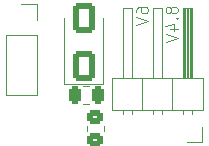
<source format=gbr>
%TF.GenerationSoftware,KiCad,Pcbnew,8.0.2-1*%
%TF.CreationDate,2024-05-31T22:44:38-04:00*%
%TF.ProjectId,ez-servo,657a2d73-6572-4766-9f2e-6b696361645f,v0.0.0*%
%TF.SameCoordinates,Original*%
%TF.FileFunction,Legend,Bot*%
%TF.FilePolarity,Positive*%
%FSLAX46Y46*%
G04 Gerber Fmt 4.6, Leading zero omitted, Abs format (unit mm)*
G04 Created by KiCad (PCBNEW 8.0.2-1) date 2024-05-31 22:44:38*
%MOMM*%
%LPD*%
G01*
G04 APERTURE LIST*
G04 Aperture macros list*
%AMRoundRect*
0 Rectangle with rounded corners*
0 $1 Rounding radius*
0 $2 $3 $4 $5 $6 $7 $8 $9 X,Y pos of 4 corners*
0 Add a 4 corners polygon primitive as box body*
4,1,4,$2,$3,$4,$5,$6,$7,$8,$9,$2,$3,0*
0 Add four circle primitives for the rounded corners*
1,1,$1+$1,$2,$3*
1,1,$1+$1,$4,$5*
1,1,$1+$1,$6,$7*
1,1,$1+$1,$8,$9*
0 Add four rect primitives between the rounded corners*
20,1,$1+$1,$2,$3,$4,$5,0*
20,1,$1+$1,$4,$5,$6,$7,0*
20,1,$1+$1,$6,$7,$8,$9,0*
20,1,$1+$1,$8,$9,$2,$3,0*%
G04 Aperture macros list end*
%ADD10C,0.100000*%
%ADD11C,0.120000*%
%ADD12RoundRect,0.250000X-0.250000X-0.475000X0.250000X-0.475000X0.250000X0.475000X-0.250000X0.475000X0*%
%ADD13RoundRect,0.250000X-0.450000X0.350000X-0.450000X-0.350000X0.450000X-0.350000X0.450000X0.350000X0*%
%ADD14RoundRect,0.250000X0.650000X-1.000000X0.650000X1.000000X-0.650000X1.000000X-0.650000X-1.000000X0*%
%ADD15R,1.700000X1.700000*%
%ADD16O,1.700000X1.700000*%
G04 APERTURE END LIST*
D10*
X16800990Y-946741D02*
X16753371Y-851503D01*
X16753371Y-851503D02*
X16705752Y-803884D01*
X16705752Y-803884D02*
X16610514Y-756265D01*
X16610514Y-756265D02*
X16562895Y-756265D01*
X16562895Y-756265D02*
X16467657Y-803884D01*
X16467657Y-803884D02*
X16420038Y-851503D01*
X16420038Y-851503D02*
X16372419Y-946741D01*
X16372419Y-946741D02*
X16372419Y-1137217D01*
X16372419Y-1137217D02*
X16420038Y-1232455D01*
X16420038Y-1232455D02*
X16467657Y-1280074D01*
X16467657Y-1280074D02*
X16562895Y-1327693D01*
X16562895Y-1327693D02*
X16610514Y-1327693D01*
X16610514Y-1327693D02*
X16705752Y-1280074D01*
X16705752Y-1280074D02*
X16753371Y-1232455D01*
X16753371Y-1232455D02*
X16800990Y-1137217D01*
X16800990Y-1137217D02*
X16800990Y-946741D01*
X16800990Y-946741D02*
X16848609Y-851503D01*
X16848609Y-851503D02*
X16896228Y-803884D01*
X16896228Y-803884D02*
X16991466Y-756265D01*
X16991466Y-756265D02*
X17181942Y-756265D01*
X17181942Y-756265D02*
X17277180Y-803884D01*
X17277180Y-803884D02*
X17324800Y-851503D01*
X17324800Y-851503D02*
X17372419Y-946741D01*
X17372419Y-946741D02*
X17372419Y-1137217D01*
X17372419Y-1137217D02*
X17324800Y-1232455D01*
X17324800Y-1232455D02*
X17277180Y-1280074D01*
X17277180Y-1280074D02*
X17181942Y-1327693D01*
X17181942Y-1327693D02*
X16991466Y-1327693D01*
X16991466Y-1327693D02*
X16896228Y-1280074D01*
X16896228Y-1280074D02*
X16848609Y-1232455D01*
X16848609Y-1232455D02*
X16800990Y-1137217D01*
X17277180Y-1756265D02*
X17324800Y-1803884D01*
X17324800Y-1803884D02*
X17372419Y-1756265D01*
X17372419Y-1756265D02*
X17324800Y-1708646D01*
X17324800Y-1708646D02*
X17277180Y-1756265D01*
X17277180Y-1756265D02*
X17372419Y-1756265D01*
X16705752Y-2661026D02*
X17372419Y-2661026D01*
X16324800Y-2422931D02*
X17039085Y-2184836D01*
X17039085Y-2184836D02*
X17039085Y-2803883D01*
X16372419Y-3041979D02*
X17372419Y-3375312D01*
X17372419Y-3375312D02*
X16372419Y-3708645D01*
X13872419Y-1232455D02*
X13872419Y-1041979D01*
X13872419Y-1041979D02*
X13920038Y-946741D01*
X13920038Y-946741D02*
X13967657Y-899122D01*
X13967657Y-899122D02*
X14110514Y-803884D01*
X14110514Y-803884D02*
X14300990Y-756265D01*
X14300990Y-756265D02*
X14681942Y-756265D01*
X14681942Y-756265D02*
X14777180Y-803884D01*
X14777180Y-803884D02*
X14824800Y-851503D01*
X14824800Y-851503D02*
X14872419Y-946741D01*
X14872419Y-946741D02*
X14872419Y-1137217D01*
X14872419Y-1137217D02*
X14824800Y-1232455D01*
X14824800Y-1232455D02*
X14777180Y-1280074D01*
X14777180Y-1280074D02*
X14681942Y-1327693D01*
X14681942Y-1327693D02*
X14443847Y-1327693D01*
X14443847Y-1327693D02*
X14348609Y-1280074D01*
X14348609Y-1280074D02*
X14300990Y-1232455D01*
X14300990Y-1232455D02*
X14253371Y-1137217D01*
X14253371Y-1137217D02*
X14253371Y-946741D01*
X14253371Y-946741D02*
X14300990Y-851503D01*
X14300990Y-851503D02*
X14348609Y-803884D01*
X14348609Y-803884D02*
X14443847Y-756265D01*
X13872419Y-1613408D02*
X14872419Y-1946741D01*
X14872419Y-1946741D02*
X13872419Y-2280074D01*
D11*
%TO.C,C2*%
X9911252Y-7505000D02*
X9388748Y-7505000D01*
X9911252Y-8975000D02*
X9388748Y-8975000D01*
%TO.C,R2*%
X9665000Y-11297064D02*
X9665000Y-10842936D01*
X11135000Y-11297064D02*
X11135000Y-10842936D01*
%TO.C,D1*%
X7760000Y-1760000D02*
X7760000Y-7270000D01*
X7760000Y-7270000D02*
X11060000Y-7270000D01*
X11060000Y-1760000D02*
X11060000Y-7270000D01*
%TO.C,J2*%
X2820000Y-3120000D02*
X5480000Y-3120000D01*
X2820000Y-8260000D02*
X2820000Y-3120000D01*
X2820000Y-8260000D02*
X5480000Y-8260000D01*
X4150000Y-520000D02*
X5480000Y-520000D01*
X5480000Y-520000D02*
X5480000Y-1850000D01*
X5480000Y-8260000D02*
X5480000Y-3120000D01*
%TO.C,J3*%
X11790000Y-6830000D02*
X11790000Y-9490000D01*
X11790000Y-9490000D02*
X19530000Y-9490000D01*
X12740000Y-830000D02*
X13500000Y-830000D01*
X12740000Y-6830000D02*
X12740000Y-830000D01*
X12740000Y-9490000D02*
X12740000Y-9887071D01*
X13500000Y-830000D02*
X13500000Y-6830000D01*
X13500000Y-9490000D02*
X13500000Y-9887071D01*
X14390000Y-6830000D02*
X14390000Y-9490000D01*
X15280000Y-830000D02*
X16040000Y-830000D01*
X15280000Y-6830000D02*
X15280000Y-830000D01*
X15280000Y-9490000D02*
X15280000Y-9887071D01*
X16040000Y-830000D02*
X16040000Y-6830000D01*
X16040000Y-9490000D02*
X16040000Y-9887071D01*
X16930000Y-6830000D02*
X16930000Y-9490000D01*
X17820000Y-830000D02*
X18580000Y-830000D01*
X17820000Y-6830000D02*
X17820000Y-830000D01*
X17820000Y-9490000D02*
X17820000Y-9820000D01*
X17920000Y-830000D02*
X17920000Y-6830000D01*
X18040000Y-830000D02*
X18040000Y-6830000D01*
X18160000Y-830000D02*
X18160000Y-6830000D01*
X18280000Y-830000D02*
X18280000Y-6830000D01*
X18400000Y-830000D02*
X18400000Y-6830000D01*
X18520000Y-830000D02*
X18520000Y-6830000D01*
X18580000Y-830000D02*
X18580000Y-6830000D01*
X18580000Y-9490000D02*
X18580000Y-9820000D01*
X19470000Y-10930000D02*
X19470000Y-12200000D01*
X19470000Y-12200000D02*
X18200000Y-12200000D01*
X19530000Y-6830000D02*
X11790000Y-6830000D01*
X19530000Y-9490000D02*
X19530000Y-6830000D01*
%TD*%
%LPC*%
D12*
%TO.C,C2*%
X8700000Y-8240000D03*
X10600000Y-8240000D03*
%TD*%
D13*
%TO.C,R2*%
X10400000Y-10070000D03*
X10400000Y-12070000D03*
%TD*%
D14*
%TO.C,D1*%
X9410000Y-5760000D03*
X9410000Y-1760000D03*
%TD*%
D15*
%TO.C,J2*%
X4150000Y-1850000D03*
D16*
X4150000Y-4390000D03*
X4150000Y-6930000D03*
%TD*%
D15*
%TO.C,J3*%
X18200000Y-10930000D03*
D16*
X15660000Y-10930000D03*
X13120000Y-10930000D03*
%TD*%
G36*
X17943039Y-15019685D02*
G01*
X17988794Y-15072489D01*
X18000000Y-15124000D01*
X18000000Y-18876000D01*
X17980315Y-18943039D01*
X17927511Y-18988794D01*
X17876000Y-19000000D01*
X16624000Y-19000000D01*
X16556961Y-18980315D01*
X16511206Y-18927511D01*
X16500000Y-18876000D01*
X16500000Y-15124000D01*
X16519685Y-15056961D01*
X16572489Y-15011206D01*
X16624000Y-15000000D01*
X17876000Y-15000000D01*
X17943039Y-15019685D01*
G37*
G36*
X3943039Y-15019685D02*
G01*
X3988794Y-15072489D01*
X4000000Y-15124000D01*
X4000000Y-18876000D01*
X3980315Y-18943039D01*
X3927511Y-18988794D01*
X3876000Y-19000000D01*
X2624000Y-19000000D01*
X2556961Y-18980315D01*
X2511206Y-18927511D01*
X2500000Y-18876000D01*
X2500000Y-15124000D01*
X2519685Y-15056961D01*
X2572489Y-15011206D01*
X2624000Y-15000000D01*
X3876000Y-15000000D01*
X3943039Y-15019685D01*
G37*
G36*
X7943039Y-15019685D02*
G01*
X7988794Y-15072489D01*
X8000000Y-15124000D01*
X8000000Y-18876000D01*
X7980315Y-18943039D01*
X7927511Y-18988794D01*
X7876000Y-19000000D01*
X6624000Y-19000000D01*
X6556961Y-18980315D01*
X6511206Y-18927511D01*
X6500000Y-18876000D01*
X6500000Y-15124000D01*
X6519685Y-15056961D01*
X6572489Y-15011206D01*
X6624000Y-15000000D01*
X7876000Y-15000000D01*
X7943039Y-15019685D01*
G37*
G36*
X13943039Y-15019685D02*
G01*
X13988794Y-15072489D01*
X14000000Y-15124000D01*
X14000000Y-18876000D01*
X13980315Y-18943039D01*
X13927511Y-18988794D01*
X13876000Y-19000000D01*
X12624000Y-19000000D01*
X12556961Y-18980315D01*
X12511206Y-18927511D01*
X12500000Y-18876000D01*
X12500000Y-15124000D01*
X12519685Y-15056961D01*
X12572489Y-15011206D01*
X12624000Y-15000000D01*
X13876000Y-15000000D01*
X13943039Y-15019685D01*
G37*
G36*
X15943039Y-15019685D02*
G01*
X15988794Y-15072489D01*
X16000000Y-15124000D01*
X16000000Y-18876000D01*
X15980315Y-18943039D01*
X15927511Y-18988794D01*
X15876000Y-19000000D01*
X14624000Y-19000000D01*
X14556961Y-18980315D01*
X14511206Y-18927511D01*
X14500000Y-18876000D01*
X14500000Y-15124000D01*
X14519685Y-15056961D01*
X14572489Y-15011206D01*
X14624000Y-15000000D01*
X15876000Y-15000000D01*
X15943039Y-15019685D01*
G37*
G36*
X5943039Y-15019685D02*
G01*
X5988794Y-15072489D01*
X6000000Y-15124000D01*
X6000000Y-18876000D01*
X5980315Y-18943039D01*
X5927511Y-18988794D01*
X5876000Y-19000000D01*
X4624000Y-19000000D01*
X4556961Y-18980315D01*
X4511206Y-18927511D01*
X4500000Y-18876000D01*
X4500000Y-15124000D01*
X4519685Y-15056961D01*
X4572489Y-15011206D01*
X4624000Y-15000000D01*
X5876000Y-15000000D01*
X5943039Y-15019685D01*
G37*
G36*
X9943039Y-15019685D02*
G01*
X9988794Y-15072489D01*
X10000000Y-15124000D01*
X10000000Y-18876000D01*
X9980315Y-18943039D01*
X9927511Y-18988794D01*
X9876000Y-19000000D01*
X8624000Y-19000000D01*
X8556961Y-18980315D01*
X8511206Y-18927511D01*
X8500000Y-18876000D01*
X8500000Y-15124000D01*
X8519685Y-15056961D01*
X8572489Y-15011206D01*
X8624000Y-15000000D01*
X9876000Y-15000000D01*
X9943039Y-15019685D01*
G37*
G36*
X11943039Y-15019685D02*
G01*
X11988794Y-15072489D01*
X12000000Y-15124000D01*
X12000000Y-18876000D01*
X11980315Y-18943039D01*
X11927511Y-18988794D01*
X11876000Y-19000000D01*
X10624000Y-19000000D01*
X10556961Y-18980315D01*
X10511206Y-18927511D01*
X10500000Y-18876000D01*
X10500000Y-15124000D01*
X10519685Y-15056961D01*
X10572489Y-15011206D01*
X10624000Y-15000000D01*
X11876000Y-15000000D01*
X11943039Y-15019685D01*
G37*
%LPD*%
M02*

</source>
